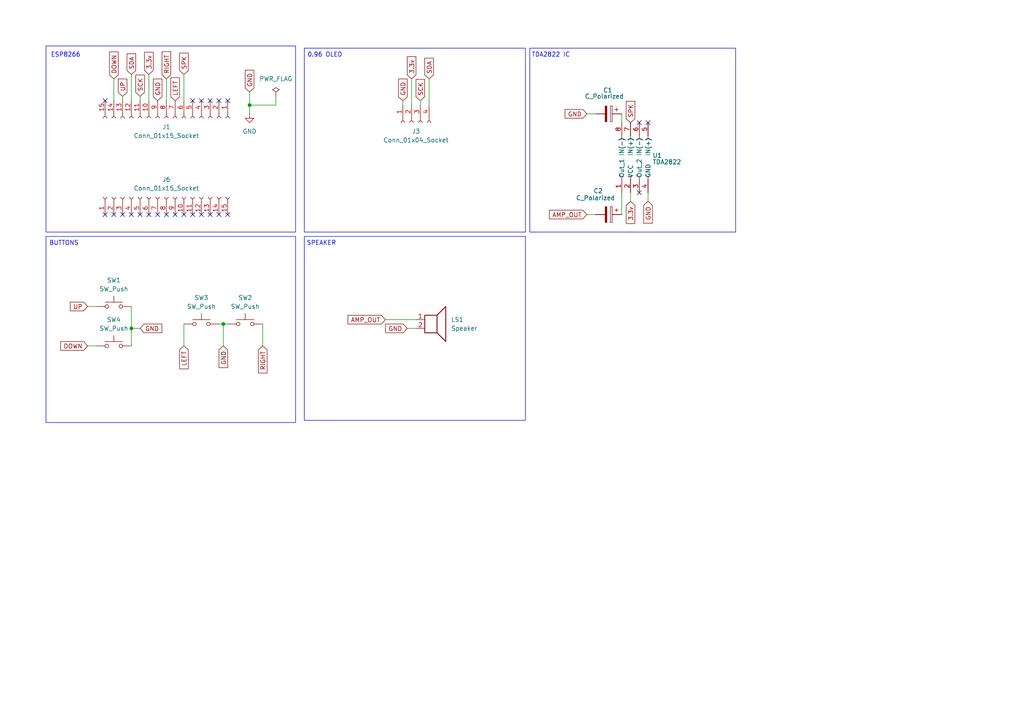
<source format=kicad_sch>
(kicad_sch (version 20231120) (generator "eeschema") (generator_version "8.0")
  (paper "A4")
  (lib_symbols
    (symbol "Connector:Conn_01x04_Socket" (pin_names (offset 1.016) hide)
      (property "Reference" "J" (at 0 5.08 0))
      (property "Value" "Conn_01x04_Socket" (at 0 -7.62 0))
      (symbol "Conn_01x04_Socket_1_1"
        (arc (start 0 -4.572) (mid -0.5058 -5.08) (end 0 -5.588) (stroke (width 0.1524)))
        (arc (start 0 -2.032) (mid -0.5058 -2.54) (end 0 -3.048) (stroke (width 0.1524)))
        (polyline (pts (xy -1.27 -5.08) (xy -0.508 -5.08)) (stroke (width 0.1524)))
        (polyline (pts (xy -1.27 -2.54) (xy -0.508 -2.54)) (stroke (width 0.1524)))
        (polyline (pts (xy -1.27 0) (xy -0.508 0)) (stroke (width 0.1524)))
        (polyline (pts (xy -1.27 2.54) (xy -0.508 2.54)) (stroke (width 0.1524)))
        (arc (start 0 0.508) (mid -0.5058 0) (end 0 -0.508) (stroke (width 0.1524)))
        (arc (start 0 3.048) (mid -0.5058 2.54) (end 0 2.032) (stroke (width 0.1524)))
        (pin passive line (at -5.08 2.54 0) (length 3.81) (name "Pin_1") (number "1"))
        (pin passive line (at -5.08 0 0) (length 3.81) (name "Pin_2") (number "2"))
        (pin passive line (at -5.08 -2.54 0) (length 3.81) (name "Pin_3") (number "3"))
        (pin passive line (at -5.08 -5.08 0) (length 3.81) (name "Pin_4") (number "4"))
      )
    )
    (symbol "Connector:Conn_01x15_Socket" (pin_names (offset 1.016) hide)
      (property "Reference" "J" (at 0 20.32 0))
      (property "Value" "Conn_01x15_Socket" (at 0 -20.32 0))
      (symbol "Conn_01x15_Socket_1_1"
        (arc (start 0 -17.272) (mid -0.5058 -17.78) (end 0 -18.288) (stroke (width 0.1524)))
        (arc (start 0 -14.732) (mid -0.5058 -15.24) (end 0 -15.748) (stroke (width 0.1524)))
        (arc (start 0 -12.192) (mid -0.5058 -12.7) (end 0 -13.208) (stroke (width 0.1524)))
        (arc (start 0 -9.652) (mid -0.5058 -10.16) (end 0 -10.668) (stroke (width 0.1524)))
        (arc (start 0 -7.112) (mid -0.5058 -7.62) (end 0 -8.128) (stroke (width 0.1524)))
        (arc (start 0 -4.572) (mid -0.5058 -5.08) (end 0 -5.588) (stroke (width 0.1524)))
        (arc (start 0 -2.032) (mid -0.5058 -2.54) (end 0 -3.048) (stroke (width 0.1524)))
        (polyline (pts (xy -1.27 -17.78) (xy -0.508 -17.78)) (stroke (width 0.1524)))
        (polyline (pts (xy -1.27 -15.24) (xy -0.508 -15.24)) (stroke (width 0.1524)))
        (polyline (pts (xy -1.27 -12.7) (xy -0.508 -12.7)) (stroke (width 0.1524)))
        (polyline (pts (xy -1.27 -10.16) (xy -0.508 -10.16)) (stroke (width 0.1524)))
        (polyline (pts (xy -1.27 -7.62) (xy -0.508 -7.62)) (stroke (width 0.1524)))
        (polyline (pts (xy -1.27 -5.08) (xy -0.508 -5.08)) (stroke (width 0.1524)))
        (polyline (pts (xy -1.27 -2.54) (xy -0.508 -2.54)) (stroke (width 0.1524)))
        (polyline (pts (xy -1.27 0) (xy -0.508 0)) (stroke (width 0.1524)))
        (polyline (pts (xy -1.27 2.54) (xy -0.508 2.54)) (stroke (width 0.1524)))
        (polyline (pts (xy -1.27 5.08) (xy -0.508 5.08)) (stroke (width 0.1524)))
        (polyline (pts (xy -1.27 7.62) (xy -0.508 7.62)) (stroke (width 0.1524)))
        (polyline (pts (xy -1.27 10.16) (xy -0.508 10.16)) (stroke (width 0.1524)))
        (polyline (pts (xy -1.27 12.7) (xy -0.508 12.7)) (stroke (width 0.1524)))
        (polyline (pts (xy -1.27 15.24) (xy -0.508 15.24)) (stroke (width 0.1524)))
        (polyline (pts (xy -1.27 17.78) (xy -0.508 17.78)) (stroke (width 0.1524)))
        (arc (start 0 0.508) (mid -0.5058 0) (end 0 -0.508) (stroke (width 0.1524)))
        (arc (start 0 3.048) (mid -0.5058 2.54) (end 0 2.032) (stroke (width 0.1524)))
        (arc (start 0 5.588) (mid -0.5058 5.08) (end 0 4.572) (stroke (width 0.1524)))
        (arc (start 0 8.128) (mid -0.5058 7.62) (end 0 7.112) (stroke (width 0.1524)))
        (arc (start 0 10.668) (mid -0.5058 10.16) (end 0 9.652) (stroke (width 0.1524)))
        (arc (start 0 13.208) (mid -0.5058 12.7) (end 0 12.192) (stroke (width 0.1524)))
        (arc (start 0 15.748) (mid -0.5058 15.24) (end 0 14.732) (stroke (width 0.1524)))
        (arc (start 0 18.288) (mid -0.5058 17.78) (end 0 17.272) (stroke (width 0.1524)))
        (pin passive line (at -5.08 17.78 0) (length 3.81) (name "Pin_1") (number "1"))
        (pin passive line (at -5.08 -5.08 0) (length 3.81) (name "Pin_10") (number "10"))
        (pin passive line (at -5.08 -7.62 0) (length 3.81) (name "Pin_11") (number "11"))
        (pin passive line (at -5.08 -10.16 0) (length 3.81) (name "Pin_12") (number "12"))
        (pin passive line (at -5.08 -12.7 0) (length 3.81) (name "Pin_13") (number "13"))
        (pin passive line (at -5.08 -15.24 0) (length 3.81) (name "Pin_14") (number "14"))
        (pin passive line (at -5.08 -17.78 0) (length 3.81) (name "Pin_15") (number "15"))
        (pin passive line (at -5.08 15.24 0) (length 3.81) (name "Pin_2") (number "2"))
        (pin passive line (at -5.08 12.7 0) (length 3.81) (name "Pin_3") (number "3"))
        (pin passive line (at -5.08 10.16 0) (length 3.81) (name "Pin_4") (number "4"))
        (pin passive line (at -5.08 7.62 0) (length 3.81) (name "Pin_5") (number "5"))
        (pin passive line (at -5.08 5.08 0) (length 3.81) (name "Pin_6") (number "6"))
        (pin passive line (at -5.08 2.54 0) (length 3.81) (name "Pin_7") (number "7"))
        (pin passive line (at -5.08 0 0) (length 3.81) (name "Pin_8") (number "8"))
        (pin passive line (at -5.08 -2.54 0) (length 3.81) (name "Pin_9") (number "9"))
      )
    )
    (symbol "Device:C_Polarized" (pin_numbers hide) (pin_names (offset 0.254))
      (property "Reference" "C" (at 0.635 2.54 0))
      (property "Value" "C_Polarized" (at 0.635 -2.54 0))
      (symbol "C_Polarized_0_1"
        (rectangle (start -2.286 0.508) (end 2.286 1.016))
        (polyline (pts (xy -1.778 2.286) (xy -0.762 2.286)))
        (polyline (pts (xy -1.27 2.794) (xy -1.27 1.778)))
        (rectangle (start 2.286 -0.508) (end -2.286 -1.016) (fill (type outline)))
      )
      (symbol "C_Polarized_1_1"
        (pin passive line (at 0 3.81 270) (length 2.794) (name "~") (number "1"))
        (pin passive line (at 0 -3.81 90) (length 2.794) (name "~") (number "2"))
      )
    )
    (symbol "Device:Speaker" (pin_names (offset 0) hide)
      (property "Reference" "LS" (at 1.27 5.715 0))
      (property "Value" "Speaker" (at 1.27 3.81 0))
      (symbol "Speaker_0_0"
        (rectangle (start -2.54 1.27) (end 1.016 -3.81) (stroke (width 0.254)))
        (polyline (pts (xy 1.016 1.27) (xy 3.556 3.81) (xy 3.556 -6.35) (xy 1.016 -3.81)) (stroke (width 0.254)))
      )
      (symbol "Speaker_1_1"
        (pin input line (at -5.08 0 0) (length 2.54) (name "1") (number "1"))
        (pin input line (at -5.08 -2.54 0) (length 2.54) (name "2") (number "2"))
      )
    )
    (symbol "Switch:SW_Push" (pin_numbers hide) (pin_names (offset 1.016) hide)
      (property "Reference" "SW" (at 1.27 2.54 0))
      (property "Value" "SW_Push" (at 0 -1.524 0))
      (symbol "SW_Push_0_1"
        (circle (center -2.032 0) (radius 0.508))
        (polyline (pts (xy 0 1.27) (xy 0 3.048)))
        (polyline (pts (xy 2.54 1.27) (xy -2.54 1.27)))
        (circle (center 2.032 0) (radius 0.508))
        (pin passive line (at -5.08 0 0) (length 2.54) (name "1") (number "1"))
        (pin passive line (at 5.08 0 180) (length 2.54) (name "2") (number "2"))
      )
    )
    (symbol "power:GND" (power) (pin_numbers hide) (pin_names (offset 0) hide)
      (property "Value" "GND" (at 0 -3.81 0))
      (symbol "GND_0_1"
        (polyline (pts (xy 0 0) (xy 0 -1.27) (xy 1.27 -1.27) (xy 0 -2.54) (xy -1.27 -1.27) (xy 0 -1.27)))
      )
      (symbol "GND_1_1"
        (pin power_in line (at 0 0 270) (length 0) (name "~") (number "1"))
      )
    )
    (symbol "power:PWR_FLAG" (power) (pin_numbers hide) (pin_names (offset 0) hide)
      (property "Value" "PWR_FLAG" (at 0 3.81 0))
      (symbol "PWR_FLAG_0_0"
        (pin power_out line (at 0 0 90) (length 0) (name "~") (number "1"))
      )
      (symbol "PWR_FLAG_0_1"
        (polyline (pts (xy 0 0) (xy 0 1.27) (xy -1.016 1.905) (xy 0 2.54) (xy 1.016 1.905) (xy 0 1.27)))
      )
    )
    (symbol "tda2822:tda2822_socket"
      (property "Reference" "U" (at 0 0 0))
      (symbol "tda2822_socket_1_1"
        (arc (start 0 -8.382) (mid -0.5058 -8.89) (end 0 -9.398) (stroke (width 0.1524)))
        (arc (start 0 -5.842) (mid -0.5058 -6.35) (end 0 -6.858) (stroke (width 0.1524)))
        (arc (start 0 -3.302) (mid -0.5058 -3.81) (end 0 -4.318) (stroke (width 0.1524)))
        (arc (start 0 -0.762) (mid -0.5058 -1.27) (end 0 -1.778) (stroke (width 0.1524)))
        (polyline (pts (xy -1.27 -8.89) (xy -0.508 -8.89)) (stroke (width 0.1524)))
        (polyline (pts (xy -1.27 -6.35) (xy -0.508 -6.35)) (stroke (width 0.1524)))
        (polyline (pts (xy -1.27 -3.81) (xy -0.508 -3.81)) (stroke (width 0.1524)))
        (polyline (pts (xy -1.27 -1.27) (xy -0.508 -1.27)) (stroke (width 0.1524)))
        (polyline (pts (xy 11.43 -8.89) (xy 10.668 -8.89)) (stroke (width 0.1524)))
        (polyline (pts (xy 11.43 -6.35) (xy 10.668 -6.35)) (stroke (width 0.1524)))
        (polyline (pts (xy 11.43 -3.81) (xy 10.668 -3.81)) (stroke (width 0.1524)))
        (polyline (pts (xy 11.43 -1.27) (xy 10.668 -1.27)) (stroke (width 0.1524)))
        (arc (start 10.16 -9.398) (mid 10.6658 -8.89) (end 10.16 -8.382) (stroke (width 0.1524)))
        (arc (start 10.16 -6.858) (mid 10.6658 -6.35) (end 10.16 -5.842) (stroke (width 0.1524)))
        (arc (start 10.16 -4.318) (mid 10.6658 -3.81) (end 10.16 -3.302) (stroke (width 0.1524)))
        (arc (start 10.16 -1.778) (mid 10.6658 -1.27) (end 10.16 -0.762) (stroke (width 0.1524)))
        (pin passive line (at -5.08 -1.27 0) (length 3.81) (name "Out_1") (number "1"))
        (pin passive line (at -5.08 -3.81 0) (length 3.81) (name "VCC") (number "2"))
        (pin passive line (at -5.08 -6.35 0) (length 3.81) (name "Out_2") (number "3"))
        (pin passive line (at -5.08 -8.89 0) (length 3.81) (name "GND") (number "4"))
        (pin passive line (at 15.24 -8.89 180) (length 3.81) (name "IN(+)") (number "5"))
        (pin passive line (at 15.24 -6.35 180) (length 3.81) (name "IN(-)") (number "6"))
        (pin passive line (at 15.24 -3.81 180) (length 3.81) (name "IN(+)") (number "7"))
        (pin passive line (at 15.24 -1.27 180) (length 3.81) (name "IN(-)") (number "8"))
      )
    )
  )
  (junction (at 64.77 93.98))
  (junction (at 72.39 30.48))
  (junction (at 38.1 95.25))
  (no_connect (at 63.5 29.21))
  (no_connect (at 187.96 35.56))
  (no_connect (at 63.5 62.23))
  (no_connect (at 38.1 62.23))
  (no_connect (at 30.48 29.21))
  (no_connect (at 66.04 29.21))
  (no_connect (at 60.96 29.21))
  (no_connect (at 55.88 29.21))
  (no_connect (at 55.88 62.23))
  (no_connect (at 58.42 62.23))
  (no_connect (at 58.42 29.21))
  (no_connect (at 33.02 62.23))
  (no_connect (at 48.26 62.23))
  (no_connect (at 60.96 62.23))
  (no_connect (at 53.34 62.23))
  (no_connect (at 35.56 62.23))
  (no_connect (at 43.18 62.23))
  (no_connect (at 185.42 55.88))
  (no_connect (at 66.04 62.23))
  (no_connect (at 40.64 62.23))
  (no_connect (at 185.42 35.56))
  (no_connect (at 30.48 62.23))
  (no_connect (at 45.72 62.23))
  (no_connect (at 50.8 62.23))
  (wire (pts (xy 80.01 27.94) (xy 80.01 30.48)))
  (wire (pts (xy 170.18 62.23) (xy 172.72 62.23)))
  (wire (pts (xy 180.34 55.88) (xy 180.34 62.23)))
  (wire (pts (xy 180.34 33.02) (xy 180.34 35.56)))
  (wire (pts (xy 72.39 30.48) (xy 72.39 33.02)))
  (wire (pts (xy 72.39 30.48) (xy 80.01 30.48)))
  (wire (pts (xy 119.38 22.86) (xy 119.38 30.48)))
  (wire (pts (xy 25.4 88.9) (xy 27.94 88.9)))
  (wire (pts (xy 170.18 33.02) (xy 172.72 33.02)))
  (wire (pts (xy 33.02 22.86) (xy 33.02 29.21)))
  (wire (pts (xy 53.34 21.59) (xy 53.34 29.21)))
  (wire (pts (xy 72.39 26.67) (xy 72.39 30.48)))
  (wire (pts (xy 38.1 21.59) (xy 38.1 29.21)))
  (wire (pts (xy 38.1 95.25) (xy 38.1 100.33)))
  (wire (pts (xy 48.26 22.86) (xy 48.26 29.21)))
  (wire (pts (xy 64.77 93.98) (xy 66.04 93.98)))
  (wire (pts (xy 25.4 100.33) (xy 27.94 100.33)))
  (wire (pts (xy 118.11 95.25) (xy 120.65 95.25)))
  (wire (pts (xy 121.92 29.21) (xy 121.92 30.48)))
  (wire (pts (xy 63.5 93.98) (xy 64.77 93.98)))
  (wire (pts (xy 40.64 27.94) (xy 40.64 29.21)))
  (wire (pts (xy 124.46 22.86) (xy 124.46 30.48)))
  (wire (pts (xy 111.76 92.71) (xy 120.65 92.71)))
  (wire (pts (xy 38.1 88.9) (xy 38.1 95.25)))
  (wire (pts (xy 35.56 27.94) (xy 35.56 29.21)))
  (wire (pts (xy 64.77 93.98) (xy 64.77 100.33)))
  (wire (pts (xy 43.18 21.59) (xy 43.18 29.21)))
  (wire (pts (xy 187.96 55.88) (xy 187.96 58.42)))
  (wire (pts (xy 116.84 29.21) (xy 116.84 30.48)))
  (wire (pts (xy 76.2 93.98) (xy 76.2 100.33)))
  (wire (pts (xy 53.34 93.98) (xy 53.34 100.33)))
  (wire (pts (xy 182.88 55.88) (xy 182.88 58.42)))
  (wire (pts (xy 38.1 95.25) (xy 40.64 95.25)))
  (rectangle (start 88.265 13.97) (end 152.4 67.31))
  (rectangle (start 153.67 13.97) (end 213.36 67.31))
  (rectangle (start 13.335 68.58) (end 85.725 122.555))
  (rectangle (start 88.265 68.58) (end 152.4 121.92))
  (rectangle (start 13.335 13.335) (end 85.725 67.31))
  (text "ESP8266" (at 19.05 16.002 0) (effects (font (size 1.27 1.27))))
  (text "SPEAKER\n" (at 93.218 70.612 0) (effects (font (size 1.27 1.27))))
  (text "TDA2822 IC" (at 159.766 16.002 0) (effects (font (size 1.27 1.27))))
  (text "0.96 OLED" (at 94.234 16.002 0) (effects (font (size 1.27 1.27))))
  (text "BUTTONS\n" (at 18.542 70.612 0) (effects (font (size 1.27 1.27))))
  (global_label "GND" (shape input) (at 187.96 58.42 270) (property "Intersheetrefs" "${INTERSHEET_REFS}" (effects (hide yes))))
  (global_label "UP" (shape input) (at 35.56 27.94 90) (property "Intersheetrefs" "${INTERSHEET_REFS}" (effects (hide yes))))
  (global_label "SDA" (shape input) (at 38.1 21.59 90) (property "Intersheetrefs" "${INTERSHEET_REFS}" (effects (hide yes))))
  (global_label "SCK" (shape input) (at 121.92 29.21 90) (property "Intersheetrefs" "${INTERSHEET_REFS}" (effects (hide yes))))
  (global_label "DOWN" (shape input) (at 33.02 22.86 90) (property "Intersheetrefs" "${INTERSHEET_REFS}" (effects (hide yes))))
  (global_label "RIGHT" (shape input) (at 48.26 22.86 90) (property "Intersheetrefs" "${INTERSHEET_REFS}" (effects (hide yes))))
  (global_label "GND" (shape input) (at 45.72 29.21 90) (property "Intersheetrefs" "${INTERSHEET_REFS}" (effects (hide yes))))
  (global_label "LEFT" (shape input) (at 53.34 100.33 270) (property "Intersheetrefs" "${INTERSHEET_REFS}" (effects (hide yes))))
  (global_label "SPK" (shape input) (at 53.34 21.59 90) (property "Intersheetrefs" "${INTERSHEET_REFS}" (effects (hide yes))))
  (global_label "SCK" (shape input) (at 40.64 27.94 90) (property "Intersheetrefs" "${INTERSHEET_REFS}" (effects (hide yes))))
  (global_label "GND" (shape input) (at 72.39 26.67 90) (property "Intersheetrefs" "${INTERSHEET_REFS}" (effects (hide yes))))
  (global_label "LEFT" (shape input) (at 50.8 29.21 90) (property "Intersheetrefs" "${INTERSHEET_REFS}" (effects (hide yes))))
  (global_label "3.3v" (shape input) (at 43.18 21.59 90) (property "Intersheetrefs" "${INTERSHEET_REFS}" (effects (hide yes))))
  (global_label "AMP_OUT" (shape input) (at 111.76 92.71 180) (property "Intersheetrefs" "${INTERSHEET_REFS}" (effects (hide yes))))
  (global_label "GND" (shape input) (at 116.84 29.21 90) (property "Intersheetrefs" "${INTERSHEET_REFS}" (effects (hide yes))))
  (global_label "GND" (shape input) (at 40.64 95.25 0) (property "Intersheetrefs" "${INTERSHEET_REFS}" (effects (hide yes))))
  (global_label "RIGHT" (shape input) (at 76.2 100.33 270) (property "Intersheetrefs" "${INTERSHEET_REFS}" (effects (hide yes))))
  (global_label "GND" (shape input) (at 170.18 33.02 180) (property "Intersheetrefs" "${INTERSHEET_REFS}" (effects (hide yes))))
  (global_label "SDA" (shape input) (at 124.46 22.86 90) (property "Intersheetrefs" "${INTERSHEET_REFS}" (effects (hide yes))))
  (global_label "AMP_OUT" (shape input) (at 170.18 62.23 180) (property "Intersheetrefs" "${INTERSHEET_REFS}" (effects (hide yes))))
  (global_label "3.3v" (shape input) (at 119.38 22.86 90) (property "Intersheetrefs" "${INTERSHEET_REFS}" (effects (hide yes))))
  (global_label "3.3v" (shape input) (at 182.88 58.42 270) (property "Intersheetrefs" "${INTERSHEET_REFS}" (effects (hide yes))))
  (global_label "GND" (shape input) (at 118.11 95.25 180) (property "Intersheetrefs" "${INTERSHEET_REFS}" (effects (hide yes))))
  (global_label "GND" (shape input) (at 64.77 100.33 270) (property "Intersheetrefs" "${INTERSHEET_REFS}" (effects (hide yes))))
  (global_label "SPK" (shape input) (at 182.88 35.56 90) (property "Intersheetrefs" "${INTERSHEET_REFS}" (effects (hide yes))))
  (global_label "DOWN" (shape input) (at 25.4 100.33 180) (property "Intersheetrefs" "${INTERSHEET_REFS}" (effects (hide yes))))
  (global_label "UP" (shape input) (at 25.4 88.9 180) (property "Intersheetrefs" "${INTERSHEET_REFS}" (effects (hide yes))))
  (symbol (lib_id "Device:Speaker") (at 125.73 92.71 0) (unit 1)
    (property "Reference" "LS1" (at 130.81 92.7099 0) (effects (justify left)))
    (property "Value" "Speaker" (at 130.81 95.2499 0) (effects (justify left)))
    (property "Footprint" "Buzzer_Beeper:Buzzer_12x9.5RM7.6" (effects (hide yes)))
    (property "Description" "Speaker" (effects (hide yes)))
  )
  (symbol (lib_id "Device:C_Polarized") (at 176.53 33.02 270) (unit 1)
    (property "Reference" "C1" (at 176.276 26.162 90))
    (property "Value" "C_Polarized" (at 175.26 27.94 90))
    (property "Footprint" "Capacitor_THT:CP_Radial_D4.0mm_P1.50mm" (effects (hide yes)))
    (property "Description" "Polarized capacitor" (effects (hide yes)))
  )
  (symbol (lib_id "Switch:SW_Push") (at 33.02 100.33 0) (unit 1)
    (property "Reference" "SW4" (at 33.02 92.71 0))
    (property "Value" "SW_Push" (at 33.02 95.25 0))
    (property "Footprint" "Button_Switch_THT:SW_PUSH_1P1T_6x3.5mm_H5.0_APEM_MJTP1250" (effects (hide yes)))
    (property "Description" "Push button switch, generic, two pins" (effects (hide yes)))
  )
  (symbol (lib_id "Switch:SW_Push") (at 58.42 93.98 0) (unit 1)
    (property "Reference" "SW3" (at 58.42 86.36 0))
    (property "Value" "SW_Push" (at 58.42 88.9 0))
    (property "Footprint" "Button_Switch_THT:SW_PUSH_1P1T_6x3.5mm_H5.0_APEM_MJTP1250" (effects (hide yes)))
    (property "Description" "Push button switch, generic, two pins" (effects (hide yes)))
  )
  (symbol (lib_id "power:GND") (at 72.39 33.02 0) (unit 1)
    (property "Reference" "#PWR01" (effects (hide yes)))
    (property "Value" "GND" (at 72.39 38.1 0))
    (property "Description" "Power symbol creates a global label with name \"GND\" , ground" (effects (hide yes)))
  )
  (symbol (lib_id "Connector:Conn_01x04_Socket") (at 119.38 35.56 90) (mirror x) (unit 1)
    (property "Reference" "J3" (at 120.65 38.1 90))
    (property "Value" "Conn_01x04_Socket" (at 120.65 40.64 90))
    (property "Footprint" "Connector_PinSocket_2.00mm:PinSocket_1x04_P2.00mm_Vertical" (effects (hide yes)))
    (property "Description" "Generic connector, single row, 01x04, script generated" (effects (hide yes)))
  )
  (symbol (lib_id "Device:C_Polarized") (at 176.53 62.23 270) (unit 1)
    (property "Reference" "C2" (at 173.482 55.372 90))
    (property "Value" "C_Polarized" (at 172.72 57.404 90))
    (property "Footprint" "Capacitor_THT:CP_Radial_D4.0mm_P1.50mm" (effects (hide yes)))
    (property "Description" "Polarized capacitor" (effects (hide yes)))
  )
  (symbol (lib_id "Connector:Conn_01x15_Socket") (at 48.26 34.29 270) (unit 1)
    (property "Reference" "J1" (at 48.26 36.83 90))
    (property "Value" "Conn_01x15_Socket" (at 48.26 39.37 90))
    (property "Footprint" "Connector_PinSocket_2.00mm:PinSocket_1x15_P2.00mm_Vertical" (effects (hide yes)))
    (property "Description" "Generic connector, single row, 01x15, script generated" (effects (hide yes)))
  )
  (symbol (lib_id "Switch:SW_Push") (at 33.02 88.9 0) (unit 1)
    (property "Reference" "SW1" (at 33.02 81.28 0))
    (property "Value" "SW_Push" (at 33.02 83.82 0))
    (property "Footprint" "Button_Switch_THT:SW_PUSH_1P1T_6x3.5mm_H5.0_APEM_MJTP1250" (effects (hide yes)))
    (property "Description" "Push button switch, generic, two pins" (effects (hide yes)))
  )
  (symbol (lib_id "Connector:Conn_01x15_Socket") (at 48.26 57.15 90) (unit 1)
    (property "Reference" "J6" (at 48.26 52.07 90))
    (property "Value" "Conn_01x15_Socket" (at 48.26 54.61 90))
    (property "Footprint" "Connector_PinSocket_2.00mm:PinSocket_1x15_P2.00mm_Vertical" (effects (hide yes)))
    (property "Description" "Generic connector, single row, 01x15, script generated" (effects (hide yes)))
  )
  (symbol (lib_id "Switch:SW_Push") (at 71.12 93.98 0) (unit 1)
    (property "Reference" "SW2" (at 71.12 86.36 0))
    (property "Value" "SW_Push" (at 71.12 88.9 0))
    (property "Footprint" "Button_Switch_THT:SW_PUSH_1P1T_6x3.5mm_H5.0_APEM_MJTP1250" (effects (hide yes)))
    (property "Description" "Push button switch, generic, two pins" (effects (hide yes)))
  )
  (symbol (lib_id "power:PWR_FLAG") (at 80.01 27.94 0) (unit 1)
    (property "Reference" "#FLG01" (effects (hide yes)))
    (property "Value" "PWR_FLAG" (at 80.01 22.86 0))
    (property "Description" "Special symbol for telling ERC where power comes from" (effects (hide yes)))
  )
  (symbol (lib_id "tda2822:tda2822_socket") (at 179.07 50.8 90) (unit 1)
    (property "Reference" "U1" (at 189.23 45.0849 90) (effects (justify right)))
    (property "Value" "TDA2822" (at 189.23 46.99 90) (effects (justify right)))
    (property "Footprint" "Package_DIP:DIP-8_W7.62mm" (effects (hide yes)))
  )
)
</source>
